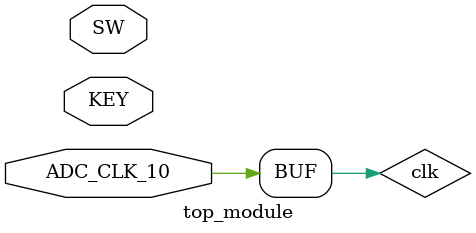
<source format=v>

module top_module(

   input ADC_CLK_10,
   input [1:0] KEY,
	input [9:0] SW
	 
	);
	
	
	
	//From if to memory
	wire [31:0] memif_addr;
	wire [31:0] memif_data;
	
	
	
	//From if to id
	wire [31:0] pc_if;
	wire [31:0] iw_if;
	
	//From id to if
	wire jump_enable_in;
	wire [31:0] jump_addr_in;
	
	wire pc_stop_signal;
	
	
	
	//From id to ex
	wire [31:0] pc_id;
	wire [31:0] iw_id;
	wire [31:0] rs1_data_id;
	wire [31:0] rs2_data_id;
	wire [4:0] wb_reg_out_id;
	wire wb_enable_out_id;
	
	wire wb_lab8_id_ex;
	
	//From id to mem
	wire [31:0] rs2_data_going_ex;
	wire [31:0] rs2_data_going_mem;
	
	//From ex to mem
	wire [31:0] pc_ex;
	wire [31:0] iw_ex;
	wire [31:0] alu_out_ex;
	wire [4:0] wb_reg_out_ex;
	wire wb_enable_out_ex;
	
	wire wb_lab8_ex_mem;
	
	//From mem to wb
	wire [31:0] pc_mem;
	wire [31:0] iw_mem;
	wire [31:0] alu_out_mem;
	wire [4:0] wb_reg_out_mem;
	wire wb_enable_out_mem;
	
	wire wb_lab8_mem_wb;
	
	wire [31:0] memif_rdata_top;
	wire [31:0] io_rdata_top;
	
	wire [1:0] ctrl_mem_to_wb;
	
	wire wb_lab8_wb_ex;
	
	
	
	//From id to register
	wire [4:0] rs1_reg;
	wire [4:0] rs2_reg;
	wire [31:0] rs1_data;
	wire [31:0] rs2_data;
	
	//From wb to register
	wire [4:0] wb_reg_out_wb;
	wire wb_enable_out_wb;
	wire [31:0] alu_out_wb;
	
	
	
	// data hazard: df from ex
	wire ex_enable;
	wire [4:0] ex_reg;
	wire [31:0] ex_data;
	
	// data hazard: df from mem
	wire mem_enable;
	wire [4:0] mem_reg;
	wire [31:0] mem_data;
	
	// data hazard: df from wb
	wire wb_enable;
	wire [4:0] wb_reg;
	wire [31:0] wb_data;
	
	
	
	// memory interface
	wire [31:0] memif_addr_RAM;
	wire [31:0] memif_rdata_RAM;
	wire memif_we_RAM;
	wire [3:0] memif_be_RAM;
	wire [31:0] memif_wdata_RAM;

	// io interface	
	wire [31:0] io_addr_io;
	wire [31:0] io_rdata_io;
	wire io_we_io;
	wire [3:0] io_be_io;
	wire [31:0] io_wdata_io;
		

		
	// local clock
	wire clk = ADC_CLK_10;
    
	// reset
	reg reset;
	reg pre_reset;
	
	always @ (posedge(clk))
	begin
		pre_reset <= !KEY[0];
		reset <= pre_reset;
	end
	

	
	sync_dual_port_ram ram (
		.clk(clk),			
		
		.i_addr(memif_addr),		
		.i_rdata(memif_data),	
		
		.d_addr(memif_addr_RAM),	//in
		.d_rdata(memif_rdata_RAM),	//out
		
		.d_we(memif_we_RAM),			//in
		.d_be(memif_be_RAM),			//in
		.d_wdata(memif_wdata_RAM)	//in
	);
	
	

	rv32i_regs regs_inst (
		.clk(clk),				
		.reset(reset),			
		
		.rs1_reg(rs1_reg),	
		.rs2_reg(rs2_reg),	
		
		.wb_enable(wb_enable_out_wb),
		.wb_reg(wb_reg_out_wb),
		.wb_data(alu_out_wb),
		
		.rs1_data(rs1_data),	
		.rs2_data(rs2_data)	
	);
		
		
		
	rv32_io_top inandout(
		.clk(clk),
		.reset(reset),
		
		// io interface
		.io_addr(io_addr_io),
		.io_rdata(io_rdata_io),
		.io_we(io_we_io),
		.io_be(io_be_io),
		.io_wdata(io_wdata_io),
		
		.btn_free(),
		.led_out()
	);
	
	
	
	rv32_if_top fetch(
	// system clock and synchronous reset
	.clk(clk),
	.reset(reset),
	
	// memory interface
	.memif_addr(memif_addr),
	.memif_data(memif_data),

	// to id
	.pc_out(pc_if),
	.iw_out(iw_if), // note this was registered in the memory already
	
	// from id
	.jump_enable_in(jump_enable_in),
	.jump_addr_in(jump_addr_in),
	
	.pc_stop(pc_stop_signal)
	
	);
   
	  
	  
	rv32_id_top decode(

	// system clock and synchronous reset
	.clk(clk),
	.reset(reset),
	
	// from if
	.pc_in(pc_if),
	.iw_in(iw_if),
	
	// to if
	.jump_enable_out(jump_enable_in),
	.jump_addr_out(jump_addr_in),
	
	// register interface
	.regif_rs1_reg(rs1_reg),	
	.regif_rs2_reg(rs2_reg),	
	.regif_rs1_data(rs1_data),	
	.regif_rs2_data(rs2_data),	
	
	// to ex
	.pc_out(pc_id),
	.iw_out(iw_id),
	.reg_rs1_data(rs1_data_id),
	.reg_rs2_data(rs2_data_id),
	.wb_reg_out(wb_reg_out_id),
	.wb_enable_out(wb_enable_out_id),
	
	// data hazard: df from ex
	.df_ex_enable(ex_enable),
	.df_ex_reg(ex_reg),
	.df_ex_data(ex_data),
	
	// data hazard: df from mem
	.df_mem_enable(mem_enable),
	.df_mem_reg(mem_reg),
	.df_mem_data(mem_data),
	
	// data hazard: df from wb
	.df_wb_enable(wb_enable),
	.df_wb_reg(wb_reg),
	.df_wb_data(wb_data),
	
	.wb_from_mem(wb_lab8_id_ex),
	
	//rs2 Data to mem
	.rs2_data_to_ex(rs2_data_going_ex),
	
	// register df from ex
	.df_wb_from_mem_ex(wb_lab8_id_ex),
	// register df from mem
	.df_wb_from_mem_mem(wb_lab8_ex_mem),
	
	.pc_stop(pc_stop_signal)
	
	);
	


	rv32_ex_top execute(
	
	// system clock and synchronous reset
	.clk(clk),
	.reset(reset),
	
	// from id
	.pc_in(pc_id),
	.iw_in(iw_id),
	.rs1_data_in(rs1_data_id), 
	.rs2_data_in(rs2_data_id), 
	.wb_reg_in(wb_reg_out_id),
	.wb_enable_in(wb_enable_out_id),
	
	// to mem
	.pc_out(pc_ex),
	.iw_out(iw_ex),
	.alu_out(alu_out_ex),
	.wb_reg_out(wb_reg_out_ex),
	.wb_enable_out(wb_enable_out_ex),
	
	// data hazard: to id
	.df_ex_enable(ex_enable),
	.df_ex_reg(ex_reg),
	.df_ex_data(ex_data),
	
	.wb_from_mem_id(wb_lab8_id_ex),
	.wb_from_mem_ex(wb_lab8_ex_mem),
	
	//rs2 Data to mem
	.rs2_data_from_id(rs2_data_going_ex),
	.rs2_data_to_mem(rs2_data_going_mem),
	
	.df_wb_from_mem_wb(wb_lab8_wb_ex),
	.df_wb_reg(wb_reg),
	.df_wb_data(wb_data)
	
	);



	rv32_mem_top memory(
	
	// system clock and synchronous reset
	.clk(clk),	
	.reset(reset),		
	
	// from ex
	.pc_in(pc_ex),
	.iw_in(iw_ex),
	.wb_reg_in(wb_reg_out_ex),
	.wb_enable_in(wb_enable_out_ex),
	.alu_in(alu_out_ex),
	
	// to wb
	.pc_out(pc_mem),
	.iw_out(iw_mem),
	.alu_out(alu_out_mem),
	.wb_reg_out(wb_reg_out_mem),
	.wb_enable_out(wb_enable_out_mem),
	
	// data hazard: to id
	.df_mem_enable(mem_enable),
	.df_mem_reg(mem_reg),
	.df_mem_data(mem_data),
	
	// memory interface
	.memif_addr(memif_addr_RAM),
	.memif_rdata(memif_rdata_RAM),
	.memif_we(memif_we_RAM),
	.memif_be(memif_be_RAM),
	.memif_wdata(memif_wdata_RAM),

	// io interface
	.io_addr(io_addr_io),
	.io_rdata(io_rdata_io),
	.io_we(io_we_io),
	.io_be(io_be_io),
	.io_wdata(io_wdata_io),
	
	.wb_from_ex_mem(wb_lab8_ex_mem),	
	.wb_from_mem_wb(wb_lab8_mem_wb),	
	
	//rs2 Data from id
	.rs2_data_from_ex(rs2_data_going_mem),
	
	//to wb
	.memif_rdata_to_wb(memif_rdata_top),
	.io_rdata_to_wb(io_rdata_top),
	
	.control_wb(ctrl_mem_to_wb)
	
	);



	rv32_wb_top writeback(
	
	// system clock and synchronous reset
	.clk(clk),
	.reset(reset),
	
	// from mem
	.pc_in(pc_mem),
	.iw_in(iw_mem),
	.alu_in(alu_out_mem),
	.wb_reg_in(wb_reg_out_mem),
	.wb_enable_in(wb_enable_out_mem),
	
	// register interface
	.regif_wb_enable(wb_enable_out_wb),
	.regif_wb_reg(wb_reg_out_wb),
	.regif_wb_data(alu_out_wb),
	
	// data hazard: to id
	.df_wb_enable(wb_enable),
	.df_wb_reg(wb_reg),
	.df_wb_data(wb_data),
	
	.wb_from_mem_wb(wb_lab8_mem_wb),	
	.wb_from_wb_ex(wb_lab8_wb_ex),
	
	.memif_rdata_from_mem(memif_rdata_top),
	.io_rdata_from_mem(io_rdata_top),
	
	.control_wb(ctrl_mem_to_wb)

	);


   
endmodule








</source>
